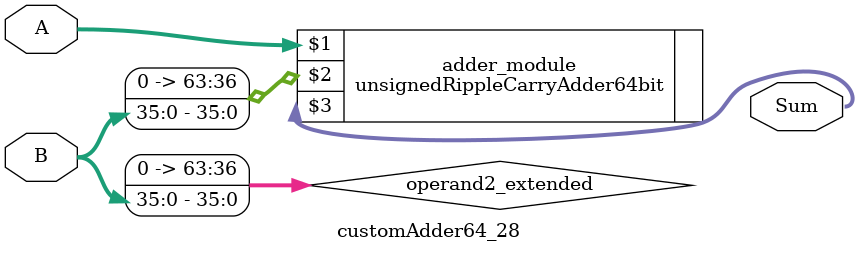
<source format=v>
module customAdder64_28(
                        input [63 : 0] A,
                        input [35 : 0] B,
                        
                        output [64 : 0] Sum
                );

        wire [63 : 0] operand2_extended;
        
        assign operand2_extended =  {28'b0, B};
        
        unsignedRippleCarryAdder64bit adder_module(
            A,
            operand2_extended,
            Sum
        );
        
        endmodule
        
</source>
